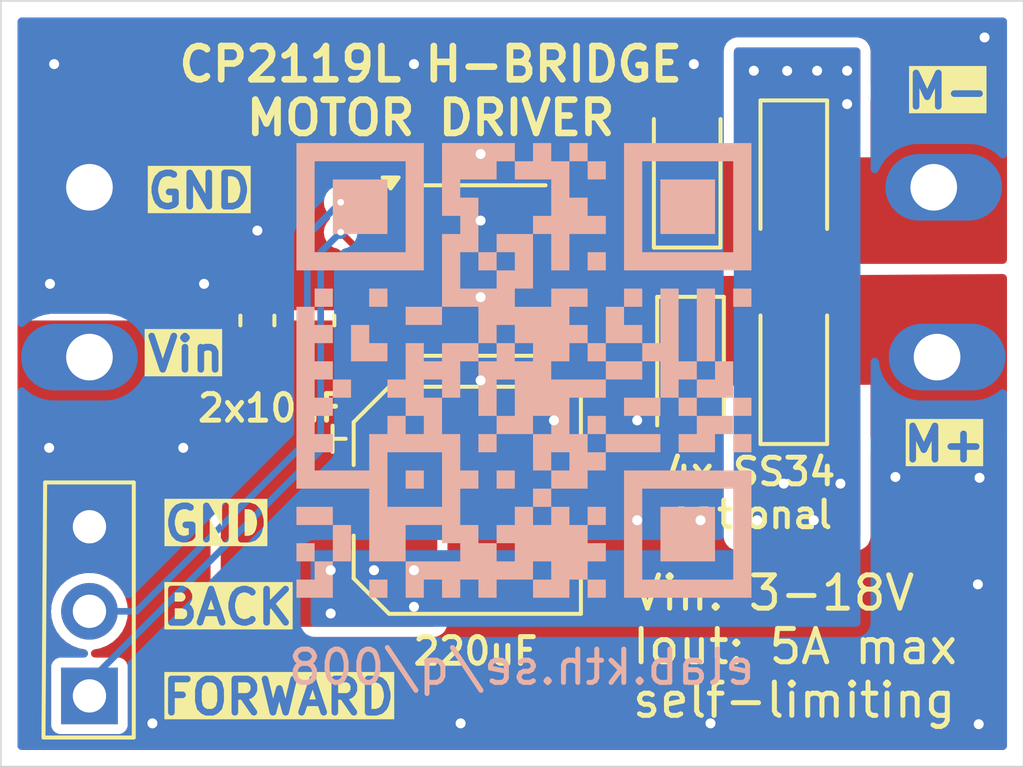
<source format=kicad_pcb>
(kicad_pcb (version 20241229) (generator "pcbnew") (generator_version "9.0")
  (layers (0 "F.Cu" signal) (2 "B.Cu" signal) (13 "F.Paste" user) (15 "B.Paste" user) (5 "F.SilkS" user "F.Silkscreen") (7 "B.SilkS" user "B.Silkscreen") (1 "F.Mask" user) (3 "B.Mask" user) (25 "Edge.Cuts" user))
  (net 0 "")
  (net 1 "GND")
  (net 2 "Net-(J2-Pin_2)")
  (net 3 "out2")
  (net 4 "out1")
  (net 5 "Net-(J2-Pin_1)")
  (net 6 "+BATT")
  (footprint "Mareks_footprints:Oval_tht_hand_solder_bigger" (layer "F.Cu") (at 54.46 61.6 180)
    (property "Reference" "J1" (hide yes))
    (property "Value" "VCC")
    (pad "1" thru_hole oval (at 0 0 180) (size 3.5 2) (drill 1.4 (offset 0.3 0)) (layers "*.Cu" "*.Mask") (net 6 "+BATT"))
  )
  (footprint "Diode_SMD:D_SOD-123F" (layer "F.Cu") (at 75.6 56.1 -90)
    (property "Reference" "D1" (hide yes))
    (property "Value" "K54")
    (fp_line (start -2.21 1) (end 1.65 1) (stroke (width 0.12)) (layer "F.SilkS"))
    (fp_line (start -2.21 -1) (end -2.21 1) (stroke (width 0.12)) (layer "F.SilkS"))
    (fp_line (start -2.21 -1) (end 1.65 -1) (stroke (width 0.12)) (layer "F.SilkS"))
    (pad "1" smd roundrect (at -1.4 0 270) (size 1.1 1.1) (layers "F.Cu" "F.Mask" "F.Paste") (roundrect_rratio 0.2272727273) (net 6 "+BATT"))
    (pad "2" smd roundrect (at 1.4 0 270) (size 1.1 1.1) (layers "F.Cu" "F.Mask" "F.Paste") (roundrect_rratio 0.2272727273) (net 3 "out2"))
  )
  (footprint "Mareks_footprints:Oval_tht_hand_solder_bigger" (layer "F.Cu") (at 79.9 61.6)
    (property "Reference" "J4" (hide yes))
    (property "Value" "M+")
    (pad "1" thru_hole oval (at 0 0) (size 3.5 2) (drill 1.4 (offset 0.3 0)) (layers "*.Cu" "*.Mask") (net 4 "out1"))
  )
  (footprint "Diode_SMD:D_SOD-123F" (layer "F.Cu") (at 75.6 62 90)
    (property "Reference" "D3" (hide yes))
    (property "Value" "K54")
    (fp_line (start -2.21 -1) (end 1.65 -1) (stroke (width 0.12)) (layer "F.SilkS"))
    (fp_line (start -2.21 -1) (end -2.21 1) (stroke (width 0.12)) (layer "F.SilkS"))
    (fp_line (start -2.21 1) (end 1.65 1) (stroke (width 0.12)) (layer "F.SilkS"))
    (pad "1" smd roundrect (at -1.4 0 90) (size 1.1 1.1) (layers "F.Cu" "F.Mask" "F.Paste") (roundrect_rratio 0.2272727273) (net 6 "+BATT"))
    (pad "2" smd roundrect (at 1.4 0 90) (size 1.1 1.1) (layers "F.Cu" "F.Mask" "F.Paste") (roundrect_rratio 0.2272727273) (net 4 "out1"))
  )
  (footprint "Package_SO:SOP-8_3.9x4.9mm_P1.27mm" (layer "F.Cu") (at 66.2 59)
    (property "Reference" "U2" (hide yes))
    (property "Value" "CP2119L" (hide yes))
    (fp_line (start 0 -2.56) (end -1.95 -2.56) (stroke (width 0.12)) (layer "F.SilkS"))
    (fp_line (start 0 -2.56) (end 1.95 -2.56) (stroke (width 0.12)) (layer "F.SilkS"))
    (fp_line (start 0 2.56) (end -1.95 2.56) (stroke (width 0.12)) (layer "F.SilkS"))
    (fp_line (start 0 2.56) (end 1.95 2.56) (stroke (width 0.12)) (layer "F.SilkS"))
    (fp_poly (pts (xy -2.7 -2.465) (xy -2.94 -2.795) (xy -2.46 -2.795) (xy -2.7 -2.465)) (stroke (width 0.12)) (fill yes) (layer "F.SilkS"))
    (pad "1" smd roundrect (at -2.75 -1.905) (size 2 0.6) (layers "F.Cu" "F.Mask" "F.Paste") (net 2 "Net-(J2-Pin_2)"))
    (pad "2" smd roundrect (at -2.75 -0.635) (size 2 0.6) (layers "F.Cu" "F.Mask" "F.Paste") (net 5 "Net-(J2-Pin_1)"))
    (pad "3" smd roundrect (at -2.75 0.635) (size 2 0.6) (layers "F.Cu" "F.Mask" "F.Paste") (net 1 "GND"))
    (pad "4" smd roundrect (at -2.75 1.905) (size 2 0.6) (layers "F.Cu" "F.Mask" "F.Paste") (net 6 "+BATT"))
    (pad "5" smd roundrect (at 2.7 1.905) (size 2 0.6) (layers "F.Cu" "F.Mask" "F.Paste") (net 4 "out1"))
    (pad "6" smd roundrect (at 2.7 0.635) (size 2 0.6) (layers "F.Cu" "F.Mask" "F.Paste") (net 4 "out1"))
    (pad "7" smd roundrect (at 2.7 -0.635) (size 2 0.6) (layers "F.Cu" "F.Mask" "F.Paste") (net 3 "out2"))
    (pad "8" smd roundrect (at 2.7 -1.905) (size 2 0.6) (layers "F.Cu" "F.Mask" "F.Paste") (net 3 "out2"))
  )
  (footprint "Diode_SMD:D_SOD-123F" (layer "F.Cu") (at 72.4 56.1 90)
    (property "Reference" "D2" (hide yes))
    (property "Value" "K54")
    (fp_line (start -2.21 -1) (end 1.65 -1) (stroke (width 0.12)) (layer "F.SilkS"))
    (fp_line (start -2.21 -1) (end -2.21 1) (stroke (width 0.12)) (layer "F.SilkS"))
    (fp_line (start -2.21 1) (end 1.65 1) (stroke (width 0.12)) (layer "F.SilkS"))
    (pad "1" smd roundrect (at -1.4 0 90) (size 1.1 1.1) (layers "F.Cu" "F.Mask" "F.Paste") (roundrect_rratio 0.2272727273) (net 3 "out2"))
    (pad "2" smd roundrect (at 1.4 0 90) (size 1.1 1.1) (layers "F.Cu" "F.Mask" "F.Paste") (roundrect_rratio 0.2272727273) (net 1 "GND"))
  )
  (footprint "Capacitor_SMD:C_0603_1608Metric_Pad1.08x0.95mm_HandSolder" (layer "F.Cu") (at 61.3 60.5 90)
    (property "Reference" "C3" (hide yes))
    (property "Value" "1u")
    (fp_line (start -0.146267 -0.51) (end 0.146267 -0.51) (stroke (width 0.12)) (layer "F.SilkS"))
    (fp_line (start -0.146267 0.51) (end 0.146267 0.51) (stroke (width 0.12)) (layer "F.SilkS"))
    (pad "1" smd roundrect (at -0.8625 0 90) (size 1.075 0.95) (layers "F.Cu" "F.Mask" "F.Paste") (net 6 "+BATT"))
    (pad "2" smd roundrect (at 0.8625 0 90) (size 1.075 0.95) (layers "F.Cu" "F.Mask" "F.Paste") (net 1 "GND"))
  )
  (footprint "Mareks_footprints:Oval_tht_hand_solder_bigger" (layer "F.Cu") (at 54.46 56.5 180)
    (property "Reference" "J3" (hide yes))
    (property "Value" "GND")
    (pad "1" thru_hole oval (at 0 0 180) (size 3.5 2) (drill 1.4 (offset 0.3 0)) (layers "*.Cu" "*.Mask") (net 1 "GND"))
  )
  (footprint "Capacitor_SMD:C_0603_1608Metric_Pad1.08x0.95mm_HandSolder" (layer "F.Cu") (at 59.5 60.5 90)
    (property "Reference" "C1" (hide yes))
    (property "Value" "1u")
    (fp_line (start -0.146267 -0.51) (end 0.146267 -0.51) (stroke (width 0.12)) (layer "F.SilkS"))
    (fp_line (start -0.146267 0.51) (end 0.146267 0.51) (stroke (width 0.12)) (layer "F.SilkS"))
    (pad "1" smd roundrect (at -0.8625 0 90) (size 1.075 0.95) (layers "F.Cu" "F.Mask" "F.Paste") (net 6 "+BATT"))
    (pad "2" smd roundrect (at 0.8625 0 90) (size 1.075 0.95) (layers "F.Cu" "F.Mask" "F.Paste") (net 1 "GND"))
  )
  (footprint "Diode_SMD:D_SOD-123F" (layer "F.Cu") (at 72.5 62 -90)
    (property "Reference" "D4" (hide yes))
    (property "Value" "K54")
    (fp_line (start -2.21 1) (end 1.65 1) (stroke (width 0.12)) (layer "F.SilkS"))
    (fp_line (start -2.21 -1) (end -2.21 1) (stroke (width 0.12)) (layer "F.SilkS"))
    (fp_line (start -2.21 -1) (end 1.65 -1) (stroke (width 0.12)) (layer "F.SilkS"))
    (pad "1" smd roundrect (at -1.4 0 270) (size 1.1 1.1) (layers "F.Cu" "F.Mask" "F.Paste") (roundrect_rratio 0.2272727273) (net 4 "out1"))
    (pad "2" smd roundrect (at 1.4 0 270) (size 1.1 1.1) (layers "F.Cu" "F.Mask" "F.Paste") (roundrect_rratio 0.2272727273) (net 1 "GND"))
  )
  (footprint "Mareks_footprints:Oval_tht_hand_solder_bigger" (layer "F.Cu") (at 79.8 56.5)
    (property "Reference" "J5" (hide yes))
    (property "Value" "M-")
    (pad "1" thru_hole oval (at 0 0) (size 3.5 2) (drill 1.4 (offset 0.3 0)) (layers "*.Cu" "*.Mask") (net 3 "out2"))
  )
  (footprint "Connector_PinHeader_2.54mm:PinHeader_1x03_P2.54mm_Vertical" (layer "F.Cu") (at 54.46 71.775 180)
    (property "Reference" "J2" (hide yes))
    (property "Value" "Conn_01x03_Pin" (hide yes))
    (fp_line (start 1.38 -1.25) (end 1.33 6.41) (stroke (width 0.12)) (layer "F.SilkS"))
    (fp_line (start -1.33 6.41) (end 1.33 6.41) (stroke (width 0.12)) (layer "F.SilkS"))
    (fp_line (start -1.33 -1.25) (end 1.38 -1.25) (stroke (width 0.12)) (layer "F.SilkS"))
    (fp_line (start -1.33 -1.25) (end -1.33 6.41) (stroke (width 0.12)) (layer "F.SilkS"))
    (pad "1" thru_hole rect (at 0 0 180) (size 1.7 1.7) (drill 1) (layers "*.Cu" "*.Mask") (net 5 "Net-(J2-Pin_1)"))
    (pad "2" thru_hole oval (at 0 2.54 180) (size 1.7 1.7) (drill 1) (layers "*.Cu" "*.Mask") (net 2 "Net-(J2-Pin_2)"))
    (pad "3" thru_hole oval (at 0 5.08 180) (size 1.7 1.7) (drill 1) (layers "*.Cu" "*.Mask") (net 1 "GND"))
  )
  (footprint "Capacitor_SMD:CP_Elec_6.3x7.7" (layer "F.Cu") (at 65.8 65.9)
    (property "Reference" "C2" (hide yes))
    (property "Value" "220u")
    (fp_line (start -4.4375 -1.8475) (end -3.65 -1.8475) (stroke (width 0.12)) (layer "F.SilkS"))
    (fp_line (start -4.04375 -2.24125) (end -4.04375 -1.45375) (stroke (width 0.12)) (layer "F.SilkS"))
    (fp_line (start -3.41 -2.345563) (end -3.41 -1.06) (stroke (width 0.12)) (layer "F.SilkS"))
    (fp_line (start -3.41 -2.345563) (end -2.345563 -3.41) (stroke (width 0.12)) (layer "F.SilkS"))
    (fp_line (start -3.41 2.345563) (end -3.41 1.06) (stroke (width 0.12)) (layer "F.SilkS"))
    (fp_line (start -3.41 2.345563) (end -2.345563 3.41) (stroke (width 0.12)) (layer "F.SilkS"))
    (fp_line (start -2.345563 -3.41) (end 3.41 -3.41) (stroke (width 0.12)) (layer "F.SilkS"))
    (fp_line (start -2.345563 3.41) (end 3.41 3.41) (stroke (width 0.12)) (layer "F.SilkS"))
    (fp_line (start 3.41 -3.41) (end 3.41 -1.06) (stroke (width 0.12)) (layer "F.SilkS"))
    (fp_line (start 3.41 3.41) (end 3.41 1.06) (stroke (width 0.12)) (layer "F.SilkS"))
    (pad "1" smd roundrect (at -2.7 0) (size 3.5 1.6) (layers "F.Cu" "F.Mask" "F.Paste") (roundrect_rratio 0.15625) (net 6 "+BATT"))
    (pad "2" smd roundrect (at 2.7 0) (size 3.5 1.6) (layers "F.Cu" "F.Mask" "F.Paste") (roundrect_rratio 0.15625) (net 1 "GND"))
  )
  (footprint "LOGO" (layer "B.Cu") (at 67.5 62 180)
    (property "Reference" "G***" (hide yes))
    (property "Value" "LOGO" (hide yes))
    (fp_poly (pts (xy 6.28172 2.184947) (xy 6.28172 1.911828) (xy 6.008602 1.911828) (xy 5.735484 1.911828) (xy 5.735484 2.184947) (xy 5.735484 2.458065) (xy 6.008602 2.458065) (xy 6.28172 2.458065)) (fill yes) (layer "B.SilkS"))
    (fp_poly (pts (xy 5.735484 4.916129) (xy 5.735484 4.096774) (xy 4.916129 4.096774) (xy 4.096774 4.096774) (xy 4.096774 4.916129) (xy 4.096774 5.735484) (xy 4.916129 5.735484) (xy 5.735484 5.735484)) (fill yes) (layer "B.SilkS"))
    (fp_poly (pts (xy 4.64301 2.184947) (xy 4.64301 1.911828) (xy 4.369892 1.911828) (xy 4.096774 1.911828) (xy 4.096774 2.184947) (xy 4.096774 2.458065) (xy 4.369892 2.458065) (xy 4.64301 2.458065)) (fill yes) (layer "B.SilkS"))
    (fp_poly (pts (xy 4.64301 -6.554838) (xy 4.64301 -6.827957) (xy 4.369892 -6.827957) (xy 4.096774 -6.827957) (xy 4.096774 -6.554838) (xy 4.096774 -6.28172) (xy 4.369892 -6.28172) (xy 4.64301 -6.28172)) (fill yes) (layer "B.SilkS"))
    (fp_poly (pts (xy 3.550537 1.63871) (xy 3.550537 1.365592) (xy 3.004301 1.365592) (xy 2.458064 1.365592) (xy 2.458064 1.63871) (xy 2.458064 1.911828) (xy 3.004301 1.911828) (xy 3.550537 1.911828)) (fill yes) (layer "B.SilkS"))
    (fp_poly (pts (xy 3.550537 -3.277419) (xy 3.550537 -3.550537) (xy 3.277419 -3.550537) (xy 3.004301 -3.550537) (xy 3.004301 -3.277419) (xy 3.004301 -3.004301) (xy 3.277419 -3.004301) (xy 3.550537 -3.004301)) (fill yes) (layer "B.SilkS"))
    (fp_poly (pts (xy 1.365591 3.27742) (xy 1.365591 3.004301) (xy 1.092473 3.004301) (xy 0.819355 3.004301) (xy 0.819355 3.27742) (xy 0.819355 3.550538) (xy 1.092473 3.550538) (xy 1.365591 3.550538)) (fill yes) (layer "B.SilkS"))
    (fp_poly (pts (xy 1.365591 -2.184946) (xy 1.365591 -2.458064) (xy 1.092473 -2.458064) (xy 0.819355 -2.458064) (xy 0.819355 -2.184946) (xy 0.819355 -1.911828) (xy 1.092473 -1.911828) (xy 1.365591 -1.911828)) (fill yes) (layer "B.SilkS"))
    (fp_poly (pts (xy 0.819355 -3.277419) (xy 0.819355 -3.550537) (xy 0.546236 -3.550537) (xy 0.273118 -3.550537) (xy 0.273118 -3.277419) (xy 0.273118 -3.004301) (xy 0.546236 -3.004301) (xy 0.819355 -3.004301)) (fill yes) (layer "B.SilkS"))
    (fp_poly (pts (xy -1.911828 3.27742) (xy -1.911828 3.004301) (xy -2.184947 3.004301) (xy -2.458065 3.004301) (xy -2.458065 3.27742) (xy -2.458065 3.550538) (xy -2.184947 3.550538) (xy -1.911828 3.550538)) (fill yes) (layer "B.SilkS"))
    (fp_poly (pts (xy -3.004301 2.184947) (xy -3.004301 1.911828) (xy -3.27742 1.911828) (xy -3.550538 1.911828) (xy -3.550538 2.184947) (xy -3.550538 2.458065) (xy -3.27742 2.458065) (xy -3.004301 2.458065)) (fill yes) (layer "B.SilkS"))
    (fp_poly (pts (xy -3.004301 -1.092473) (xy -3.004301 -1.365591) (xy -3.550538 -1.365591) (xy -4.096774 -1.365591) (xy -4.096774 -1.092473) (xy -4.096774 -0.819355) (xy -3.550538 -0.819355) (xy -3.004301 -0.819355)) (fill yes) (layer "B.SilkS"))
    (fp_poly (pts (xy -4.096774 4.916129) (xy -4.096774 4.096774) (xy -4.916129 4.096774) (xy -5.735484 4.096774) (xy -5.735484 4.916129) (xy -5.735484 5.735484) (xy -4.916129 5.735484) (xy -4.096774 5.735484)) (fill yes) (layer "B.SilkS"))
    (fp_poly (pts (xy -4.096774 -4.916129) (xy -4.096774 -5.735484) (xy -4.916129 -5.735484) (xy -5.735484 -5.735484) (xy -5.735484 -4.916129) (xy -5.735484 -4.096774) (xy -4.916129 -4.096774) (xy -4.096774 -4.096774)) (fill yes) (layer "B.SilkS"))
    (fp_poly (pts (xy -6.281721 2.184947) (xy -6.281721 1.911828) (xy -6.554839 1.911828) (xy -6.827957 1.911828) (xy -6.827957 2.184947) (xy -6.827957 2.458065) (xy -6.554839 2.458065) (xy -6.281721 2.458065)) (fill yes) (layer "B.SilkS"))
    (fp_poly (pts (xy 5.189247 0.819355) (xy 5.189247 0.273119) (xy 4.64301 0.273119) (xy 4.096774 0.273119) (xy 4.096774 0.546237) (xy 4.096774 0.819355) (xy 4.369892 0.819355) (xy 4.64301 0.819355) (xy 4.64301 1.092473) (xy 4.64301 1.365592) (xy 4.916129 1.365592) (xy 5.189247 1.365592)) (fill yes) (layer "B.SilkS"))
    (fp_poly (pts (xy 6.827957 4.916129) (xy 6.827957 3.004301) (xy 4.916129 3.004301) (xy 3.004301 3.004301) (xy 3.004301 4.916129) (xy 3.550537 4.916129) (xy 3.550537 3.550538) (xy 4.916129 3.550538) (xy 6.28172 3.550538) (xy 6.28172 4.916129) (xy 6.28172 6.281721) (xy 4.916129 6.281721) (xy 3.550537 6.281721) (xy 3.550537 4.916129) (xy 3.004301 4.916129) (xy 3.004301 6.827957) (xy 4.916129 6.827957) (xy 6.827957 6.827957)) (fill yes) (layer "B.SilkS"))
    (fp_poly (pts (xy -3.004301 4.916129) (xy -3.004301 3.004301) (xy -4.916129 3.004301) (xy -6.827957 3.004301) (xy -6.827957 4.916129) (xy -6.281721 4.916129) (xy -6.281721 3.550538) (xy -4.916129 3.550538) (xy -3.550538 3.550538) (xy -3.550538 4.916129) (xy -3.550538 6.281721) (xy -4.916129 6.281721) (xy -6.281721 6.281721) (xy -6.281721 4.916129) (xy -6.827957 4.916129) (xy -6.827957 6.827957) (xy -4.916129 6.827957) (xy -3.004301 6.827957)) (fill yes) (layer "B.SilkS"))
    (fp_poly (pts (xy -3.004301 -4.916129) (xy -3.004301 -6.827957) (xy -4.916129 -6.827957) (xy -6.827957 -6.827957) (xy -6.827957 -4.916129) (xy -6.281721 -4.916129) (xy -6.281721 -6.28172) (xy -4.916129 -6.28172) (xy -3.550538 -6.28172) (xy -3.550538 -4.916129) (xy -3.550538 -3.550537) (xy -4.916129 -3.550537) (xy -6.281721 -3.550537) (xy -6.281721 -4.916129) (xy -6.827957 -4.916129) (xy -6.827957 -3.004301) (xy -4.916129 -3.004301) (xy -3.004301 -3.004301)) (fill yes) (layer "B.SilkS"))
    (fp_poly (pts (xy 6.827957 -4.369892) (xy 6.827957 -4.64301) (xy 6.28172 -4.64301) (xy 5.735484 -4.64301) (xy 5.735484 -5.189247) (xy 5.735484 -5.735484) (xy 6.008602 -5.735484) (xy 6.28172 -5.735484) (xy 6.28172 -5.462365) (xy 6.28172 -5.189247) (xy 6.554838 -5.189247) (xy 6.827957 -5.189247) (xy 6.827957 -5.462365) (xy 6.827957 -5.735484) (xy 6.554838 -5.735484) (xy 6.28172 -5.735484) (xy 6.28172 -6.008602) (xy 6.28172 -6.28172) (xy 6.554838 -6.28172) (xy 6.827957 -6.28172) (xy 6.827957 -6.554838) (xy 6.827957 -6.827957) (xy 6.28172 -6.827957) (xy 5.735484 -6.827957) (xy 5.735484 -6.28172) (xy 5.735484 -5.735484) (xy 5.462365 -5.735484) (xy 5.189247 -5.735484) (xy 5.189247 -5.189247) (xy 5.189247 -4.64301) (xy 5.462365 -4.64301) (xy 5.735484 -4.64301) (xy 5.735484 -4.369892) (xy 5.735484 -4.096774) (xy 6.28172 -4.096774) (xy 6.827957 -4.096774)) (fill yes) (layer "B.SilkS"))
    (fp_poly (pts (xy -1.365592 6.554839) (xy -1.365592 6.281721) (xy -1.092473 6.281721) (xy -0.819355 6.281721) (xy -0.819355 6.554839) (xy -0.819355 6.827957) (xy -0.546237 6.827957) (xy -0.273119 6.827957) (xy -0.273119 6.554839) (xy -0.273119 6.281721) (xy 0 6.281721) (xy 0.273118 6.281721) (xy 0.273118 6.554839) (xy 0.273118 6.827957) (xy 1.365591 6.827957) (xy 2.458064 6.827957) (xy 2.458064 5.735484) (xy 2.458064 4.643011) (xy 2.184946 4.643011) (xy 1.911828 4.643011) (xy 1.911828 4.369893) (xy 1.911828 4.096774) (xy 2.184946 4.096774) (xy 2.458064 4.096774) (xy 2.458064 3.004301) (xy 2.458064 1.911828) (xy 1.911828 1.911828) (xy 1.365591 1.911828) (xy 1.365591 1.365592) (xy 1.365591 0.819355) (xy 1.092473 0.819355) (xy 0.819355 0.819355) (xy 0.819355 0.546237) (xy 0.819355 0.273119) (xy 1.092473 0.273119) (xy 1.365591 0.273119) (xy 1.365591 0.546237) (xy 1.365591 0.819355) (xy 1.911828 0.819355) (xy 2.458064 0.819355) (xy 2.458064 0.546237) (xy 2.458064 0.273119) (xy 2.731183 0.273119) (xy 3.004301 0.273119) (xy 3.004301 0.546237) (xy 3.004301 0.819355) (xy 3.277419 0.819355) (xy 3.550537 0.819355) (xy 3.550537 0.273119) (xy 3.550537 -0.273118) (xy 3.823656 -0.273118) (xy 4.096774 -0.273118) (xy 4.096774 -0.546236) (xy 4.096774 -0.819355) (xy 3.823656 -0.819355) (xy 3.550537 -0.819355) (xy 3.550537 -1.092473) (xy 3.550537 -1.365591) (xy 3.277419 -1.365591) (xy 3.004301 -1.365591) (xy 3.004301 -1.638709) (xy 3.004301 -1.911828) (xy 3.277419 -1.911828) (xy 3.550537 -1.911828) (xy 3.550537 -1.638709) (xy 3.550537 -1.365591) (xy 3.823656 -1.365591) (xy 4.096774 -1.365591) (xy 4.096774 -1.638709) (xy 4.096774 -1.911828) (xy 4.369892 -1.911828) (xy 4.64301 -1.911828) (xy 4.64301 -2.458064) (xy 4.64301 -3.004301) (xy 5.462365 -3.004301) (xy 6.28172 -3.004301) (xy 6.28172 -2.731183) (xy 6.28172 -2.458064) (xy 6.008602 -2.458064) (xy 5.735484 -2.458064) (xy 5.735484 -2.184946) (xy 5.735484 -1.911828) (xy 6.008602 -1.911828) (xy 6.28172 -1.911828) (xy 6.28172 -1.638709) (xy 6.28172 -1.365591) (xy 6.008602 -1.365591) (xy 5.735484 -1.365591) (xy 5.735484 -1.092473) (xy 5.735484 -0.819355) (xy 5.462365 -0.819355) (xy 5.189247 -0.819355) (xy 5.189247 -0.546236) (xy 5.735484 -0.546236) (xy 5.735484 -0.819355) (xy 6.008602 -0.819355) (xy 6.28172 -0.819355) (xy 6.28172 -0.546236) (xy 6.28172 -0.273118) (xy 6.008602 -0.273118) (xy 5.735484 -0.273118) (xy 5.735484 -0.546236) (xy 5.189247 -0.546236) (xy 5.189247 -0.273118) (xy 5.462365 -0.273118) (xy 5.735484 -0.273118) (xy 5.735484 0) (xy 5.735484 0.273119) (xy 6.008602 0.273119) (xy 6.28172 0.273119) (xy 6.28172 0.546237) (xy 6.28172 0.819355) (xy 6.008602 0.819355) (xy 5.735484 0.819355) (xy 5.735484 1.092473) (xy 5.735484 1.365592) (xy 6.008602 1.365592) (xy 6.28172 1.365592) (xy 6.28172 1.63871) (xy 6.28172 1.911828) (xy 6.554838 1.911828) (xy 6.827957 1.911828) (xy 6.827957 -0.819355) (xy 6.827957 -3.550537) (xy 5.735484 -3.550537) (xy 4.64301 -3.550537) (xy 4.64301 -4.64301) (xy 4.64301 -5.735484) (xy 4.096774 -5.735484) (xy 3.550537 -5.735484) (xy 3.550537 -6.28172) (xy 3.550537 -6.827957) (xy 3.277419 -6.827957) (xy 3.004301 -6.827957) (xy 3.004301 -6.554838) (xy 3.004301 -6.28172) (xy 2.731183 -6.28172) (xy 2.458064 -6.28172) (xy 2.458064 -6.554838) (xy 2.458064 -6.827957) (xy 2.184946 -6.827957) (xy 1.911828 -6.827957) (xy 1.911828 -6.554838) (xy 1.911828 -6.28172) (xy 1.638709 -6.28172) (xy 1.365591 -6.28172) (xy 1.365591 -6.554838) (xy 1.365591 -6.827957) (xy 1.092473 -6.827957) (xy 0.819355 -6.827957) (xy 0.819355 -6.554838) (xy 0.819355 -6.28172) (xy 0.273118 -6.28172) (xy -0.273119 -6.28172) (xy -0.273119 -6.554838) (xy -0.273119 -6.827957) (xy -0.819355 -6.827957) (xy -1.365592 -6.827957) (xy -1.365592 -6.554838) (xy -1.365592 -6.28172) (xy -1.63871 -6.28172) (xy -1.911828 -6.28172) (xy -1.911828 -6.554838) (xy -1.911828 -6.827957) (xy -2.184947 -6.827957) (xy -2.458065 -6.827957) (xy -2.458065 -6.554838) (xy -2.458065 -6.28172) (xy -2.184947 -6.28172) (xy -1.911828 -6.28172) (xy -1.911828 -6.008602) (xy -0.819355 -6.008602) (xy -0.819355 -6.28172) (xy -0.546237 -6.28172) (xy -0.273119 -6.28172) (xy -0.273119 -6.008602) (xy -0.273119 -5.735484) (xy -0.546237 -5.735484) (xy -0.819355 -5.735484) (xy -0.819355 -6.008602) (xy -1.911828 -6.008602) (xy -1.911828 -5.735484) (xy -2.184947 -5.735484) (xy -2.458065 -5.735484) (xy -2.458065 -5.462365) (xy -2.458065 -5.189247) (xy -2.184947 -5.189247) (xy -1.911828 -5.189247) (xy -1.911828 -4.916129) (xy -1.911828 -4.64301) (xy -2.184947 -4.64301) (xy -2.458065 -4.64301) (xy -2.458065 -4.369892) (xy -2.458065 -4.096774) (xy -2.184947 -4.096774) (xy -1.911828 -4.096774) (xy -1.911828 -4.369892) (xy -1.911828 -4.64301) (xy -1.63871 -4.64301) (xy -1.365592 -4.64301) (xy -1.365592 -4.369892) (xy -1.365592 -4.096774) (xy -1.092473 -4.096774) (xy -0.819355 -4.096774) (xy -0.819355 -3.823656) (xy -0.819355 -3.550537) (xy -0.546237 -3.550537) (xy -0.273119 -3.550537) (xy -0.273119 -3.823656) (xy -0.273119 -4.096774) (xy -0.546237 -4.096774) (xy -0.819355 -4.096774) (xy -0.819355 -4.369892) (xy -0.819355 -4.64301) (xy -0.546237 -4.64301) (xy -0.273119 -4.64301) (xy -0.273119 -4.369892) (xy -0.273119 -4.096774) (xy 0 -4.096774) (xy 0.273118 -4.096774) (xy 0.273118 -4.369892) (xy 0.273118 -4.64301) (xy 0.546236 -4.64301) (xy 0.819355 -4.64301) (xy 0.819355 -4.916129) (xy 0.819355 -5.189247) (xy 0.546236 -5.189247) (xy 0.273118 -5.189247) (xy 0.273118 -5.462365) (xy 0.273118 -5.735484) (xy 0.546236 -5.735484) (xy 0.819355 -5.735484) (xy 0.819355 -5.462365) (xy 0.819355 -5.189247) (xy 1.092473 -5.189247) (xy 1.365591 -5.189247) (xy 1.911828 -5.189247) (xy 1.911828 -5.462365) (xy 1.911828 -5.735484) (xy 2.731183 -5.735484) (xy 3.550537 -5.735484) (xy 3.550537 -5.189247) (xy 3.550537 -4.64301) (xy 3.004301 -4.64301) (xy 2.458064 -4.64301) (xy 2.458064 -4.916129) (xy 2.458064 -5.189247) (xy 2.184946 -5.189247) (xy 1.911828 -5.189247) (xy 1.365591 -5.189247) (xy 1.365591 -4.916129) (xy 1.365591 -4.64301) (xy 1.638709 -4.64301) (xy 1.911828 -4.64301) (xy 1.911828 -4.096774) (xy 1.911828 -3.550537) (xy 1.638709 -3.550537) (xy 1.365591 -3.550537) (xy 1.365591 -3.277419) (xy 2.458064 -3.277419) (xy 2.458064 -4.096774) (xy 3.277419 -4.096774) (xy 4.096774 -4.096774) (xy 4.096774 -3.277419) (xy 4.096774 -2.458064) (xy 3.277419 -2.458064) (xy 2.458064 -2.458064) (xy 2.458064 -3.277419) (xy 1.365591 -3.277419) (xy 1.365591 -3.004301) (xy 1.638709 -3.004301) (xy 1.911828 -3.004301) (xy 1.911828 -2.458064) (xy 1.911828 -1.911828) (xy 2.184946 -1.911828) (xy 2.458064 -1.911828) (xy 2.458064 -1.365591) (xy 2.458064 -0.819355) (xy 2.731183 -0.819355) (xy 3.004301 -0.819355) (xy 3.004301 -0.546236) (xy 3.004301 -0.273118) (xy 2.731183 -0.273118) (xy 2.458064 -0.273118) (xy 2.458064 -0.546236) (xy 2.458064 -0.819355) (xy 2.184946 -0.819355) (xy 1.911828 -0.819355) (xy 1.911828 -0.273118) (xy 1.911828 0.273119) (xy 1.638709 0.273119) (xy 1.365591 0.273119) (xy 1.365591 -0.546236) (xy 1.365591 -1.365591) (xy 1.092473 -1.365591) (xy 0.819355 -1.365591) (xy 0.819355 -0.819355) (xy 0.819355 -0.273118) (xy 0.546236 -0.273118) (xy 0.273118 -0.273118) (xy 0.273118 -0.819355) (xy 0.273118 -1.365591) (xy 0.546236 -1.365591) (xy 0.819355 -1.365591) (xy 0.819355 -1.638709) (xy 0.819355 -1.911828) (xy 0.273118 -1.911828) (xy -0.273119 -1.911828) (xy -0.273119 -1.638709) (xy -0.273119 -1.365591) (xy -0.546237 -1.365591) (xy -0.819355 -1.365591) (xy -0.819355 -1.638709) (xy -0.819355 -1.911828) (xy -0.546237 -1.911828) (xy -0.273119 -1.911828) (xy -0.273119 -2.458064) (xy -0.273119 -3.004301) (xy -0.546237 -3.004301) (xy -0.819355 -3.004301) (xy -0.819355 -2.731183) (xy -0.819355 -2.458064) (xy -1.092473 -2.458064) (xy -1.365592 -2.458064) (xy -1.365592 -2.731183) (xy -1.365592 -3.004301) (xy -1.092473 -3.004301) (xy -0.819355 -3.004301) (xy -0.819355 -3.277419) (xy -0.819355 -3.550537) (xy -1.365592 -3.550537) (xy -1.911828 -3.550537) (xy -1.911828 -3.277419) (xy -1.911828 -3.004301) (xy -2.184947 -3.004301) (xy -2.458065 -3.004301) (xy -2.458065 -2.731183) (xy -2.458065 -2.458064) (xy -3.27742 -2.458064) (xy -4.096774 -2.458064) (xy -4.096774 -2.184946) (xy -2.458065 -2.184946) (xy -2.458065 -2.458064) (xy -2.184947 -2.458064) (xy -1.911828 -2.458064) (xy -1.911828 -2.184946) (xy -1.911828 -1.911828) (xy -2.184947 -1.911828) (xy -2.458065 -1.911828) (xy -2.458065 -2.184946) (xy -4.096774 -2.184946) (xy -4.096774 -1.911828) (xy -3.27742 -1.911828) (xy -2.458065 -1.911828) (xy -2.458065 -1.638709) (xy -2.458065 -1.365591) (xy -2.184947 -1.365591) (xy -1.911828 -1.365591) (xy -1.911828 -1.638709) (xy -1.911828 -1.911828) (xy -1.63871 -1.911828) (xy -1.365592 -1.911828) (xy -1.365592 -1.365591) (xy -1.365592 -0.819355) (xy -1.911828 -0.819355) (xy -2.458065 -0.819355) (xy -2.458065 -0.546236) (xy -2.458065 -0.273118) (xy -3.004301 -0.273118) (xy -3.550538 -0.273118) (xy -3.550538 0) (xy -3.550538 0.273119) (xy -3.004301 0.273119) (xy -2.458065 0.273119) (xy -2.458065 0) (xy -2.458065 -0.273118) (xy -1.63871 -0.273118) (xy -0.819355 -0.273118) (xy -0.819355 0) (xy -0.819355 0.273119) (xy -1.092473 0.273119) (xy -1.365592 0.273119) (xy -1.365592 0.546237) (xy -1.365592 0.819355) (xy -0.273119 0.819355) (xy -0.273119 0.546237) (xy -0.273119 0.273119) (xy 0 0.273119) (xy 0.273118 0.273119) (xy 0.273118 0.546237) (xy 0.273118 0.819355) (xy 0.546236 0.819355) (xy 0.819355 0.819355) (xy 0.819355 1.092473) (xy 0.819355 1.365592) (xy 0.546236 1.365592) (xy 0.273118 1.365592) (xy 0.273118 1.092473) (xy 0.273118 0.819355) (xy 0 0.819355) (xy -0.273119 0.819355) (xy -1.365592 0.819355) (xy -1.63871 0.819355) (xy -1.911828 0.819355) (xy -1.911828 0.546237) (xy -1.911828 0.273119) (xy -2.184947 0.273119) (xy -2.458065 0.273119) (xy -2.458065 0.546237) (xy -2.458065 0.819355) (xy -3.004301 0.819355) (xy -3.550538 0.819355) (xy -3.550538 0.546237) (xy -3.550538 0.273119) (xy -3.823656 0.273119) (xy -4.096774 0.273119) (xy -4.096774 -0.273118) (xy -4.096774 -0.819355) (xy -4.369893 -0.819355) (xy -4.643011 -0.819355) (xy -4.643011 -1.092473) (xy -4.643011 -1.365591) (xy -4.916129 -1.365591) (xy -5.189248 -1.365591) (xy -5.189248 -1.638709) (xy -5.189248 -1.911828) (xy -4.916129 -1.911828) (xy -4.643011 -1.911828) (xy -4.643011 -2.184946) (xy -4.643011 -2.458064) (xy -5.189248 -2.458064) (xy -5.735484 -2.458064) (xy -5.735484 -2.184946) (xy -5.735484 -1.911828) (xy -6.008602 -1.911828) (xy -6.281721 -1.911828) (xy -6.281721 -2.184946) (xy -6.281721 -2.458064) (xy -6.554839 -2.458064) (xy -6.827957 -2.458064) (xy -6.827957 -2.184946) (xy -6.827957 -1.911828) (xy -6.554839 -1.911828) (xy -6.281721 -1.911828) (xy -6.281721 -1.638709) (xy -6.281721 -1.365591) (xy -6.554839 -1.365591) (xy -6.827957 -1.365591) (xy -6.827957 -1.092473) (xy -6.827957 -0.819355) (xy -6.554839 -0.819355) (xy -6.281721 -0.819355) (xy -6.281721 -1.092473) (xy -6.281721 -1.365591) (xy -5.735484 -1.365591) (xy -5.189248 -1.365591) (xy -5.189248 -1.092473) (xy -5.189248 -0.819355) (xy -4.916129 -0.819355) (xy -4.643011 -0.819355) (xy -4.643011 -0.546236) (xy -4.643011 -0.273118) (xy -4.916129 -0.273118) (xy -5.189248 -0.273118) (xy -5.189248 -0.546236) (xy -5.189248 -0.819355) (xy -5.735484 -0.819355) (xy -6.281721 -0.819355) (xy -6.281721 -0.273118) (xy -6.281721 0) (xy -5.735484 0) (xy -5.735484 -0.273118) (xy -5.462366 -0.273118) (xy -5.189248 -0.273118) (xy -5.189248 0) (xy -5.189248 0.273119) (xy -5.462366 0.273119) (xy -5.735484 0.273119) (xy -5.735484 0) (xy -6.281721 0) (xy -6.281721 0.273119) (xy -6.008602 0.273119) (xy -5.735484 0.273119) (xy -5.735484 1.365592) (xy -5.735484 2.458065) (xy -5.462366 2.458065) (xy -5.189248 2.458065) (xy -5.189248 1.365592) (xy -5.189248 0.273119) (xy -4.916129 0.273119) (xy -4.643011 0.273119) (xy -4.643011 1.365592) (xy -4.643011 2.458065) (xy -4.369893 2.458065) (xy -4.096774 2.458065) (xy -4.096774 1.63871) (xy -4.096774 0.819355) (xy -3.823656 0.819355) (xy -3.550538 0.819355) (xy -3.550538 1.092473) (xy -3.550538 1.365592) (xy -3.27742 1.365592) (xy -3.004301 1.365592) (xy -3.004301 1.63871) (xy -3.004301 1.911828) (xy -2.731183 1.911828) (xy -2.458065 1.911828) (xy -2.458065 1.365592) (xy -2.458065 0.819355) (xy -2.184947 0.819355) (xy -1.911828 0.819355) (xy -1.911828 1.092473) (xy -1.911828 1.365592) (xy -1.63871 1.365592) (xy -1.365592 1.365592) (xy -1.365592 1.63871) (xy -1.365592 1.911828) (xy -1.63871 1.911828) (xy -1.911828 1.911828) (xy -1.911828 2.184947) (xy -1.911828 2.458065) (xy -1.365592 2.458065) (xy -0.819355 2.458065) (xy -0.819355 2.184947) (xy -0.819355 1.911828) (xy -0.273119 1.911828) (xy 0.273118 1.911828) (xy 0.273118 2.184947) (xy 0.273118 2.458065) (xy 0 2.458065) (xy -0.273119 2.458065) (xy -0.273119 3.27742) (xy -0.273119 4.096774) (xy 0.273118 4.096774) (xy 0.819355 4.096774) (xy 0.819355 3.823656) (xy 0.819355 3.550538) (xy 0.546236 3.550538) (xy 0.273118 3.550538) (xy 0.273118 3.27742) (xy 0.273118 3.004301) (xy 0.546236 3.004301) (xy 0.819355 3.004301) (xy 0.819355 2.731183) (xy 0.819355 2.458065) (xy 1.365591 2.458065) (xy 1.911828 2.458065) (xy 1.911828 3.004301) (xy 1.911828 3.550538) (xy 1.638709 3.550538) (xy 1.365591 3.550538) (xy 1.365591 4.369893) (xy 1.365591 5.189248) (xy 1.638709 5.189248) (xy 1.911828 5.189248) (xy 1.911828 5.462366) (xy 1.911828 5.735484) (xy 1.365591 5.735484) (xy 0.819355 5.735484) (xy 0.819355 6.008602) (xy 0.819355 6.281721) (xy 0.546236 6.281721) (xy 0.273118 6.281721) (xy 0.273118 6.008602) (xy 0.273118 5.735484) (xy -0.273119 5.735484) (xy -0.819355 5.735484) (xy -0.819355 5.189248) (xy -0.819355 4.643011) (xy -0.546237 4.643011) (xy -0.273119 4.643011) (xy -0.273119 4.369893) (xy -0.273119 4.096774) (xy -0.546237 4.096774) (xy -0.819355 4.096774) (xy -0.819355 3.550538) (xy -0.819355 3.004301) (xy -1.092473 3.004301) (xy -1.365592 3.004301) (xy -1.365592 3.550538) (xy -1.365592 4.096774) (xy -1.911828 4.096774) (xy -2.458065 4.096774) (xy -2.458065 4.369893) (xy -2.458065 4.643011) (xy -2.184947 4.643011) (xy -1.911828 4.643011) (xy -1.911828 4.916129) (xy -1.911828 5.189248) (xy -1.63871 5.189248) (xy -1.365592 5.189248) (xy -1.365592 5.735484) (xy -1.365592 6.281721) (xy -1.63871 6.281721) (xy -1.911828 6.281721) (xy -1.911828 6.008602) (xy -1.911828 5.735484) (xy -2.184947 5.735484) (xy -2.458065 5.735484) (xy -2.458065 6.008602) (xy -2.458065 6.281721) (xy -2.184947 6.281721) (xy -1.911828 6.281721) (xy -1.911828 6.554839) (xy -1.911828 6.827957) (xy -1.63871 6.827957) (xy -1.365592 6.827957)) (fill yes) (layer "B.SilkS"))
  )
  (gr_rect (start 51.8 50.9) (end 82.5 73.9) (stroke (width 0.05)) (fill no) (layer "Edge.Cuts"))
  (gr_text "GND" (at 56.6 67.2 0) (layer "F.SilkS" knockout) (effects (font (size 1 1) (thickness 0.2) (bold yes)) (justify left bottom)))
  (gr_text "GND" (at 56.1 57.2 0) (layer "F.SilkS" knockout) (effects (font (size 1 1) (thickness 0.2) (bold yes)) (justify left bottom)))
  (gr_text "M-" (at 78.9 54.2 0) (layer "F.SilkS" knockout) (effects (font (size 1 1) (thickness 0.2) (bold yes)) (justify left bottom)))
  (gr_text "Vin" (at 56.1 62.1 0) (layer "F.SilkS" knockout) (effects (font (size 1 1) (thickness 0.2) (bold yes)) (justify left bottom)))
  (gr_text "BACK" (at 56.55 69.7 0) (layer "F.SilkS" knockout) (effects (font (size 1 1) (thickness 0.2) (bold yes)) (justify left bottom)))
  (gr_text "2x10uF" (at 59.9 63.6 0) (layer "F.SilkS") (effects (font (size 0.8 0.8) (thickness 0.15) (bold yes)) (justify bottom)))
  (gr_text "CP2119L H-BRIDGE\nMOTOR DRIVER" (at 64.7 55 0) (layer "F.SilkS") (effects (font (size 1 1) (thickness 0.2) (bold yes)) (justify bottom)))
  (gr_text "220uF" (at 64.1 70.9 0) (layer "F.SilkS") (effects (font (size 0.8 0.8) (thickness 0.15) (bold yes)) (justify left bottom)))
  (gr_text "FORWARD" (at 56.55 72.4 0) (layer "F.SilkS" knockout) (effects (font (size 1 1) (thickness 0.2) (bold yes)) (justify left bottom)))
  (gr_text "4x SS34\noptional" (at 74.3 66.8 0) (layer "F.SilkS") (effects (font (size 0.8 0.8) (thickness 0.15) (bold yes)) (justify bottom)))
  (gr_text "M+" (at 78.8 64.8 0) (layer "F.SilkS" knockout) (effects (font (size 1 1) (thickness 0.2) (bold yes)) (justify left bottom)))
  (gr_text "Vin: 3-18V\nIout: 5A max\nself-limiting" (at 70.68 72.49 0) (layer "F.SilkS") (effects (font (size 1 1)) (justify left bottom)))
  (gr_text "elab.kth.se/q/008" (at 74.5 71.5 0) (layer "B.SilkS") (effects (font (size 1 1) (thickness 0.15) (bold yes)) (justify left bottom mirror)))
  (via (at 57.275 64.325) (size 0.6) (drill 0.3) (layers "F.Cu" "B.Cu") (net 1))
  (via (at 72.6 52.8) (size 0.6) (drill 0.3) (layers "F.Cu" "B.Cu") (net 1))
  (via (at 66.2 55.5) (size 0.6) (drill 0.3) (layers "F.Cu" "B.Cu") (net 1))
  (via (at 56.35 72.6) (size 0.6) (drill 0.3) (layers "F.Cu" "B.Cu") (net 1))
  (via (at 81.175 65.225) (size 0.6) (drill 0.3) (layers "F.Cu" "B.Cu") (net 1))
  (via (at 73.1 72.6) (size 0.6) (drill 0.3) (layers "F.Cu" "B.Cu") (net 1))
  (via (at 70.9 63.5) (size 0.6) (drill 0.3) (layers "F.Cu" "B.Cu") (net 1))
  (via (at 59.5 57.8) (size 0.6) (drill 0.3) (layers "F.Cu" "B.Cu") (net 1))
  (via (at 72.8 66.5) (size 0.6) (drill 0.3) (layers "F.Cu" "B.Cu") (net 1))
  (via (at 81.325 52) (size 0.6) (drill 0.3) (layers "F.Cu" "B.Cu") (net 1))
  (via (at 81.125 68.425) (size 0.6) (drill 0.3) (layers "F.Cu" "B.Cu") (net 1))
  (via (at 53.25 64.325) (size 0.6) (drill 0.3) (layers "F.Cu" "B.Cu") (net 1))
  (via (at 64.2 52.8) (size 0.6) (drill 0.3) (layers "F.Cu" "B.Cu") (net 1))
  (via (at 68.4 63.5) (size 0.6) (drill 0.3) (layers "F.Cu" "B.Cu") (net 1))
  (via (at 57.9 59.4) (size 0.6) (drill 0.3) (layers "F.Cu" "B.Cu") (net 1))
  (via (at 81.15 72.625) (size 0.6) (drill 0.3) (layers "F.Cu" "B.Cu") (net 1))
  (via (at 70.9 66.5) (size 0.6) (drill 0.3) (layers "F.Cu" "B.Cu") (net 1))
  (via (at 53.4 52.8) (size 0.6) (drill 0.3) (layers "F.Cu" "B.Cu") (net 1))
  (via (at 65.6 72.6) (size 0.6) (drill 0.3) (layers "F.Cu" "B.Cu") (net 1))
  (via (at 53.275 59.4) (size 0.6) (drill 0.3) (layers "F.Cu" "B.Cu") (net 1))
  (via (at 78.65 65.2) (size 0.6) (drill 0.3) (layers "F.Cu" "B.Cu") (net 1))
  (via (at 66.2 62.3) (size 0.6) (drill 0.3) (layers "F.Cu" "B.Cu") (net 1))
  (via (at 66.2 57.5) (size 0.6) (drill 0.3) (layers "F.Cu" "B.Cu") (net 1))
  (via (at 66.2 59.8) (size 0.6) (drill 0.3) (layers "F.Cu" "B.Cu") (net 1))
  (segment (start 62 56.95) (end 62.145 57.095) (width 0.2) (layer "F.Cu") (net 2))
  (segment (start 62.145 57.095) (end 63.175 57.095) (width 0.2) (layer "F.Cu") (net 2))
  (via (at 62 56.95) (size 0.4) (drill 0.2) (layers "F.Cu" "B.Cu") (net 2))
  (segment (start 55.865 69.235) (end 54.46 69.235) (width 0.2) (layer "B.Cu") (net 2))
  (segment (start 61 64.1) (end 55.865 69.235) (width 0.2) (layer "B.Cu") (net 2))
  (segment (start 62 56.95) (end 61 57.95) (width 0.2) (layer "B.Cu") (net 2))
  (segment (start 61 57.95) (end 61 64.1) (width 0.2) (layer "B.Cu") (net 2))
  (segment (start 62 57.85) (end 62.515 58.365) (width 0.2) (layer "F.Cu") (net 5))
  (segment (start 62.515 58.365) (end 63.175 58.365) (width 0.2) (layer "F.Cu") (net 5))
  (via (at 62 57.85) (size 0.4) (drill 0.2) (layers "F.Cu" "B.Cu") (net 5))
  (segment (start 62 57.85) (end 61.4 58.45) (width 0.2) (layer "B.Cu") (net 5))
  (segment (start 54.46 71.34) (end 54.46 71.775) (width 0.2) (layer "B.Cu") (net 5))
  (segment (start 61.4 64.4) (end 54.46 71.34) (width 0.2) (layer "B.Cu") (net 5))
  (segment (start 61.4 58.45) (end 61.4 64.4) (width 0.2) (layer "B.Cu") (net 5))
  (via (at 74.5 66.5) (size 0.6) (drill 0.3) (layers "F.Cu" "B.Cu") (net 6))
  (via (at 76.3 53) (size 0.6) (drill 0.3) (layers "F.Cu" "B.Cu") (net 6))
  (via (at 77.2 53) (size 0.6) (drill 0.3) (layers "F.Cu" "B.Cu") (net 6))
  (via (at 64.2 69.1) (size 0.6) (drill 0.3) (layers "F.Cu" "B.Cu") (net 6))
  (via (at 61.7 69.3) (size 0.6) (drill 0.3) (layers "F.Cu" "B.Cu") (net 6))
  (via (at 64.2 68) (size 0.6) (drill 0.3) (layers "F.Cu" "B.Cu") (net 6))
  (via (at 61.7 68) (size 0.6) (drill 0.3) (layers "F.Cu" "B.Cu") (net 6))
  (via (at 74.4 53) (size 0.6) (drill 0.3) (layers "F.Cu" "B.Cu") (net 6))
  (via (at 63 68) (size 0.6) (drill 0.3) (layers "F.Cu" "B.Cu") (net 6))
  (via (at 77.2 54) (size 0.6) (drill 0.3) (layers "F.Cu" "B.Cu") (net 6))
  (via (at 75.3 65.4) (size 0.6) (drill 0.3) (layers "F.Cu" "B.Cu") (net 6))
  (via (at 77 65.4) (size 0.6) (drill 0.3) (layers "F.Cu" "B.Cu") (net 6))
  (via (at 75.4 53.00323) (size 0.6) (drill 0.3) (layers "F.Cu" "B.Cu") (net 6))
  (via (at 76.2 66.5) (size 0.6) (drill 0.3) (layers "F.Cu" "B.Cu") (net 6))
  (zone (net 6) (net_name "+BATT") (layer "F.Cu") (priority 3) (connect_pads yes (clearance 0.25)) (min_thickness 0.25) (fill yes (thermal_gap 0.25) (thermal_bridge_width 0.5))
    (polygon (pts (xy 58.4 63.4) (xy 58.4 69.7) (xy 64.9 69.7) (xy 64.9 60.5) (xy 52.3 60.5) (xy 52.3 63.4)))
  )
  (zone (net 6) (net_name "+BATT") (layer "F.Cu") (priority 1) (connect_pads yes (clearance 0.3)) (min_thickness 0.25) (fill yes (thermal_gap 0.5) (thermal_bridge_width 0.5))
    (polygon (pts (xy 73.8 52.3) (xy 77.6 52.3) (xy 77.6 67.1) (xy 73.8 67.1)))
  )
  (zone (net 4) (net_name "out1") (layer "F.Cu") (priority 4) (connect_pads yes (clearance 0.25)) (min_thickness 0.25) (fill yes (thermal_gap 0.5) (thermal_bridge_width 0.5))
    (polygon (pts (xy 67.9 59.2) (xy 82.5 59.1) (xy 82.5 64.1) (xy 77.9 64.1) (xy 77.9 62.42925) (xy 67.9 62.5)))
  )
  (zone (net 3) (net_name "out2") (layer "F.Cu") (priority 4) (connect_pads yes (clearance 0.25)) (min_thickness 0.25) (fill yes (thermal_gap 0.5) (thermal_bridge_width 0.5))
    (polygon (pts (xy 67.9 55.6) (xy 77.9 55.6) (xy 77.9 53.8) (xy 82.5 53.8) (xy 82.5 58.8) (xy 67.9 58.8)))
  )
  (zone (net 1) (net_name "GND") (layers "F.Cu" "B.Cu") (connect_pads yes (clearance 0.3)) (min_thickness 0.25) (fill yes (thermal_gap 0.5) (thermal_bridge_width 0.5))
    (polygon (pts (xy 52.1 51.2) (xy 82.2 51.2) (xy 82.2 73.6) (xy 52.1 73.6)))
  )
  (zone (net 6) (net_name "+BATT") (layer "B.Cu") (priority 3) (connect_pads yes (clearance 0.3)) (min_thickness 0.25) (fill yes (thermal_gap 0.5) (thermal_bridge_width 0.6))
    (polygon (pts (xy 73.8 52.3) (xy 77.6 52.3) (xy 77.6 69.7) (xy 61.1 69.7) (xy 61.1 67.4) (xy 73.8 67.4)))
  )
)
</source>
